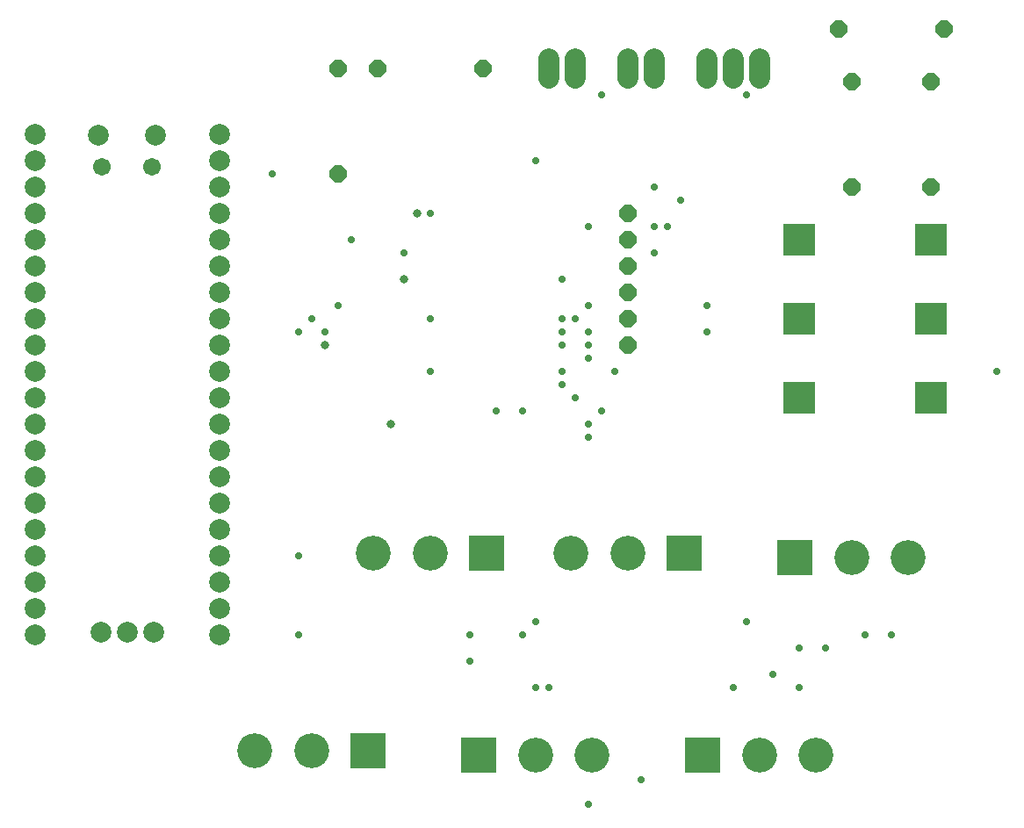
<source format=gbs>
G04 EAGLE Gerber RS-274X export*
G75*
%MOMM*%
%FSLAX34Y34*%
%LPD*%
%INSoldermask Bottom*%
%IPPOS*%
%AMOC8*
5,1,8,0,0,1.08239X$1,22.5*%
G01*
%ADD10P,1.803519X8X292.500000*%
%ADD11R,3.083200X3.083200*%
%ADD12C,2.032000*%
%ADD13R,3.353200X3.353200*%
%ADD14C,3.353200*%
%ADD15P,1.803519X8X202.500000*%
%ADD16P,1.803519X8X22.500000*%
%ADD17C,2.003200*%
%ADD18C,1.703200*%
%ADD19C,0.705600*%
%ADD20C,0.805600*%


D10*
X609600Y596900D03*
X609600Y571500D03*
X609600Y546100D03*
X609600Y520700D03*
X609600Y495300D03*
X609600Y469900D03*
D11*
X774700Y571500D03*
X901700Y571500D03*
X774700Y419100D03*
X901700Y419100D03*
X774700Y495300D03*
X901700Y495300D03*
D12*
X533400Y727456D02*
X533400Y745744D01*
X558800Y745744D02*
X558800Y727456D01*
X609600Y727456D02*
X609600Y745744D01*
X635000Y745744D02*
X635000Y727456D01*
X685800Y727456D02*
X685800Y745744D01*
X711200Y745744D02*
X711200Y727456D01*
X736600Y727456D02*
X736600Y745744D01*
D13*
X771000Y264700D03*
D14*
X825500Y264700D03*
X880000Y264700D03*
D13*
X682100Y74200D03*
D14*
X736600Y74200D03*
X791100Y74200D03*
D13*
X466200Y74200D03*
D14*
X520700Y74200D03*
X575200Y74200D03*
D13*
X664100Y268700D03*
D14*
X609600Y268700D03*
X555100Y268700D03*
D13*
X473600Y268700D03*
D14*
X419100Y268700D03*
X364600Y268700D03*
D13*
X359300Y78200D03*
D14*
X304800Y78200D03*
X250300Y78200D03*
D15*
X469900Y736600D03*
X368300Y736600D03*
D10*
X330200Y736600D03*
X330200Y635000D03*
D16*
X812800Y774700D03*
X914400Y774700D03*
D10*
X901700Y723900D03*
X901700Y622300D03*
X825500Y723900D03*
X825500Y622300D03*
D17*
X38100Y673100D03*
X38100Y647700D03*
X38100Y520700D03*
X38100Y495300D03*
X38100Y622300D03*
X38100Y596900D03*
X38100Y546100D03*
X38100Y571500D03*
X38100Y469900D03*
X38100Y444500D03*
X38100Y419100D03*
X38100Y393700D03*
X38100Y368300D03*
X38100Y342900D03*
X38100Y317500D03*
X38100Y292100D03*
X38100Y266700D03*
X38100Y241300D03*
X38100Y215900D03*
X38100Y190500D03*
X215900Y190500D03*
X215900Y215900D03*
X215900Y241300D03*
X215900Y266700D03*
X215900Y292100D03*
X215900Y317500D03*
X215900Y342900D03*
X215900Y368300D03*
X215900Y393700D03*
X215900Y419100D03*
X215900Y444500D03*
X215900Y469900D03*
X215900Y495300D03*
X215900Y520700D03*
X215900Y546100D03*
X215900Y571500D03*
X215900Y596900D03*
X215900Y622300D03*
X215900Y647700D03*
X215900Y673100D03*
X99750Y671800D03*
X154250Y671800D03*
D18*
X102750Y641500D03*
X151250Y641500D03*
D17*
X101600Y192800D03*
X127000Y192800D03*
X152400Y192800D03*
D19*
X635000Y584200D03*
X635000Y622300D03*
X774700Y177800D03*
X800100Y177800D03*
X838200Y190500D03*
X863600Y190500D03*
X292100Y266700D03*
X292100Y190500D03*
X482600Y406400D03*
X508000Y406400D03*
X558800Y495300D03*
X571500Y508000D03*
X749300Y152400D03*
X774700Y139700D03*
X660400Y609600D03*
X647700Y584200D03*
X457200Y165100D03*
X457200Y190500D03*
X571500Y26642D03*
X622300Y50800D03*
X546100Y469900D03*
X571500Y457200D03*
X584200Y406400D03*
X571500Y381000D03*
X520700Y203200D03*
X533400Y139700D03*
X571500Y482600D03*
X723900Y711200D03*
X571500Y584200D03*
X596900Y444500D03*
X546100Y533400D03*
X546100Y495300D03*
X546100Y431800D03*
X558896Y419004D03*
X723900Y203200D03*
X711200Y139700D03*
X546100Y482600D03*
X571500Y469900D03*
X508000Y190500D03*
X520700Y139700D03*
X635000Y558800D03*
X342900Y571500D03*
X419100Y495300D03*
X292100Y482600D03*
X330200Y508000D03*
X546100Y444500D03*
X571500Y393700D03*
X419100Y444500D03*
X317500Y482600D03*
X304800Y495300D03*
X266700Y635000D03*
D20*
X317500Y469900D03*
X381000Y393700D03*
X393700Y533400D03*
X406400Y596900D03*
D19*
X419100Y596900D03*
X393700Y558800D03*
X584200Y711200D03*
X520700Y647700D03*
X685800Y508000D03*
X685800Y482600D03*
X965200Y444500D03*
M02*

</source>
